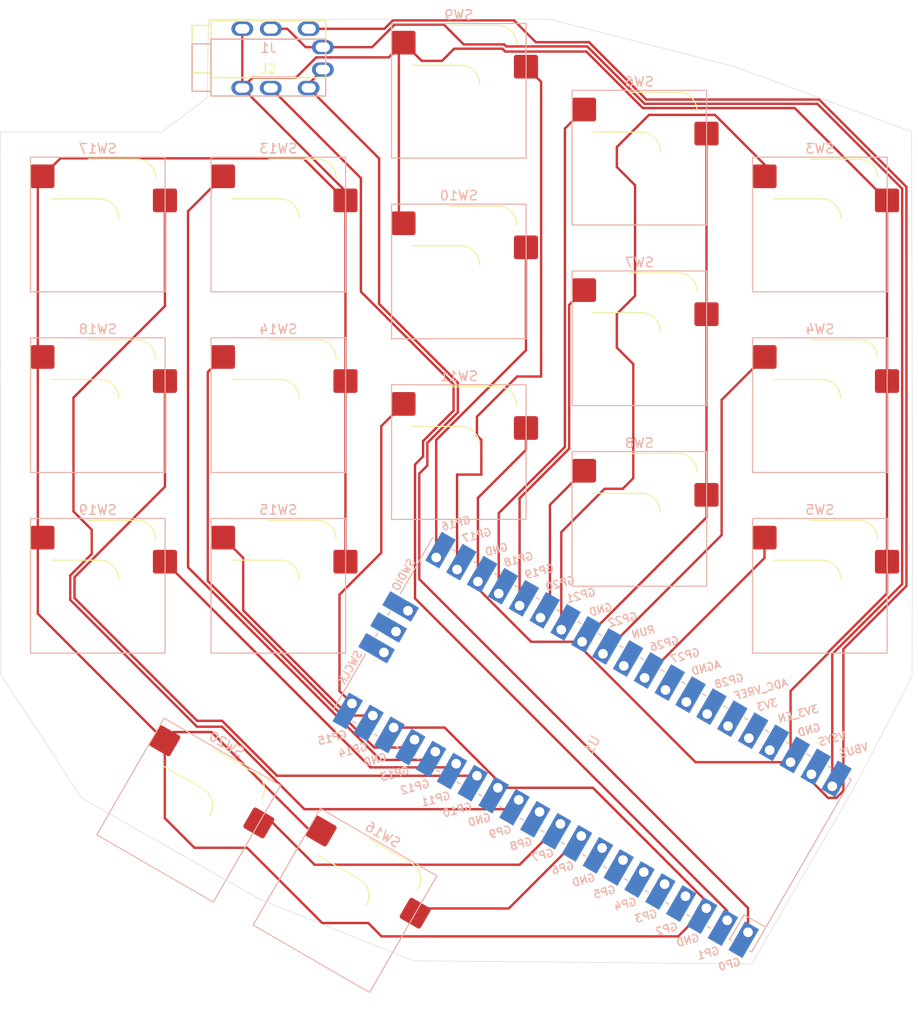
<source format=kicad_pcb>
(kicad_pcb (version 20221018) (generator pcbnew)
  (layers (0 "F.Cu" signal) (31 "B.Cu" signal) (34 "B.Paste" user) (35 "F.Paste" user) (36 "B.SilkS" user "B.Silkscreen") (37 "F.SilkS" user "F.Silkscreen") (38 "B.Mask" user) (39 "F.Mask" user) (44 "Edge.Cuts" user))
  (net 0 "")
  (net 1 "9")
  (net 2 "10")
  (net 3 "11")
  (net 4 "13")
  (net 5 "16")
  (net 6 "17")
  (net 7 "18")
  (net 8 "19")
  (net 9 "20")
  (net 10 "27")
  (net 11 "28")
  (net 12 "21")
  (net 13 "22")
  (net 14 "26")
  (net 15 "GND")
  (net 16 "3v3")
  (net 25 "0")
  (net 26 "1")
  (net 27 "3")
  (net 28 "4")
  (net 29 "6")
  (net 30 "7")
  (net 31 "8")
  (net 32 "5")
  (net 33 "2")
  (net 35 "15")
  (net 36 "14")
  (net 37 "12")
  (net 38 "VSYS")
  (footprint "MJ-4PP-9:MJ-4PP-9" (layer "F.Cu") (at 130.13 37.08)
    (fp_text reference "J2")
    (fp_text value "MJ-4PP-9")
  )
  (footprint "MJ-4PP-9:MJ-4PP-9" (layer "B.Cu") (at 130.125 39.117944)
    (fp_text reference "J1")
    (fp_text value "MJ-4PP-9")
  )
  (footprint "ScottoKeebs_Hotswap:Hotswap_MX_1.00u" (layer "B.Cu") (at 188.325 55.617944 180)
    (fp_text reference "SW3")
    (fp_text value "CherryMX")
  )
  (footprint "ScottoKeebs_Hotswap:Hotswap_MX_1.00u" (layer "B.Cu") (at 188.325 74.667944 180)
    (fp_text reference "SW4")
    (fp_text value "CherryMX")
  )
  (footprint "ScottoKeebs_Hotswap:Hotswap_MX_1.00u" (layer "B.Cu") (at 188.325 93.717944 180)
    (fp_text reference "SW5")
    (fp_text value "CherryMX")
  )
  (footprint "ScottoKeebs_Hotswap:Hotswap_MX_1.00u" (layer "B.Cu") (at 169.275 48.567944 180)
    (fp_text reference "SW6")
    (fp_text value "CherryMX")
  )
  (footprint "ScottoKeebs_Hotswap:Hotswap_MX_1.00u" (layer "B.Cu") (at 169.275 67.617944 180)
    (fp_text reference "SW7")
    (fp_text value "CherryMX")
  )
  (footprint "ScottoKeebs_Hotswap:Hotswap_MX_1.00u" (layer "B.Cu") (at 169.275 86.667944 180)
    (fp_text reference "SW8")
    (fp_text value "CherryMX")
  )
  (footprint "ScottoKeebs_Hotswap:Hotswap_MX_1.00u" (layer "B.Cu") (at 150.225 41.517944 180)
    (fp_text reference "SW9")
    (fp_text value "CherryMX")
  )
  (footprint "ScottoKeebs_Hotswap:Hotswap_MX_1.00u" (layer "B.Cu") (at 150.225 60.567944 180)
    (fp_text reference "SW10")
    (fp_text value "CherryMX")
  )
  (footprint "ScottoKeebs_Hotswap:Hotswap_MX_1.00u" (layer "B.Cu") (at 150.225 79.617944 180)
    (fp_text reference "SW11")
    (fp_text value "CherryMX")
  )
  (footprint "ScottoKeebs_Hotswap:Hotswap_MX_1.00u" (layer "B.Cu") (at 131.175 55.617944 180)
    (fp_text reference "SW13")
    (fp_text value "CherryMX")
  )
  (footprint "ScottoKeebs_Hotswap:Hotswap_MX_1.00u" (layer "B.Cu") (at 131.175 74.667944 180)
    (fp_text reference "SW14")
    (fp_text value "CherryMX")
  )
  (footprint "ScottoKeebs_Hotswap:Hotswap_MX_1.00u" (layer "B.Cu") (at 131.175 93.717944 180)
    (fp_text reference "SW15")
    (fp_text value "CherryMX")
  )
  (footprint "ScottoKeebs_Hotswap:Hotswap_MX_1.00u" (layer "B.Cu") (at 138.212357 126.907511 150)
    (fp_text reference "SW16")
    (fp_text value "CherryMX")
  )
  (footprint "ScottoKeebs_Hotswap:Hotswap_MX_1.00u" (layer "B.Cu") (at 112.125 55.617944 180)
    (fp_text reference "SW17")
    (fp_text value "CherryMX")
  )
  (footprint "ScottoKeebs_Hotswap:Hotswap_MX_1.00u" (layer "B.Cu") (at 112.125 74.667944 180)
    (fp_text reference "SW18")
    (fp_text value "CherryMX")
  )
  (footprint "ScottoKeebs_Hotswap:Hotswap_MX_1.00u" (layer "B.Cu") (at 112.125 93.717944 180)
    (fp_text reference "SW19")
    (fp_text value "CherryMX")
  )
  (footprint "ScottoKeebs_Hotswap:Hotswap_MX_1.00u" (layer "B.Cu") (at 121.714573 117.382511 150)
    (fp_text reference "SW20")
    (fp_text value "CherryMX")
  )
  (footprint "MCU_RaspberryPi_and_Boards:RPi_Pico_SMD_TH" (layer "B.Cu") (at 164.29 110.5 60)
    (fp_text reference "U1")
    (fp_text value "Pico")
  )
  (gr_poly (pts (xy 198 45.82) (xy 179 38.86) (xy 178.93 38.86) (xy 159.76 33.962944) (xy 140.76 33.962944) (xy 123.81 33.98) (xy 123.65 42.292944) (xy 118.83 45.872944) (xy 101.83 45.872944) (xy 101.9 103.092944) (xy 110.43 116.12) (xy 129.22 126.78) (xy 145.44 133.27) (xy 181.13 133.6) (xy 191.9 115.092944) (xy 198.05 103.28) (xy 198.1 84.36)) (stroke (width 0.05)) (fill none) (layer "Edge.Cuts"))
  (segment (start 109.56 85.88) (end 111.485 87.805) (width 0.25) (layer "F.Cu") (net 1))
  (segment (start 155.559409 117.28) (end 156.545443 116.293966) (width 0.25) (layer "F.Cu") (net 1))
  (segment (start 119.21 64.224187) (end 109.56 73.874187) (width 0.25) (layer "F.Cu") (net 1))
  (segment (start 111.485 90.362791) (end 109.22 92.627791) (width 0.25) (layer "F.Cu") (net 1))
  (segment (start 119.21 53.077944) (end 119.21 64.224187) (width 0.25) (layer "F.Cu") (net 1))
  (segment (start 109.22 92.627791) (end 109.22 95.206396) (width 0.25) (layer "F.Cu") (net 1))
  (segment (start 125.227208 108.58) (end 133.927208 117.28) (width 0.25) (layer "F.Cu") (net 1))
  (segment (start 122.593604 108.58) (end 125.227208 108.58) (width 0.25) (layer "F.Cu") (net 1))
  (segment (start 111.485 87.805) (end 111.485 90.362791) (width 0.25) (layer "F.Cu") (net 1))
  (segment (start 109.56 73.874187) (end 109.56 85.88) (width 0.25) (layer "F.Cu") (net 1))
  (segment (start 133.927208 117.28) (end 155.559409 117.28) (width 0.25) (layer "F.Cu") (net 1))
  (segment (start 109.22 95.206396) (end 122.593604 108.58) (width 0.25) (layer "F.Cu") (net 1))
  (segment (start 119.21 72.127944) (end 119.21 83.274187) (width 0.25) (layer "F.Cu") (net 2))
  (segment (start 125.243604 107.96) (end 131.03757 113.753966) (width 0.25) (layer "F.Cu") (net 2))
  (segment (start 109.67 92.814187) (end 109.67 95.02) (width 0.25) (layer "F.Cu") (net 2))
  (segment (start 119.21 83.274187) (end 109.67 92.814187) (width 0.25) (layer "F.Cu") (net 2))
  (segment (start 109.67 95.02) (end 122.61 107.96) (width 0.25) (layer "F.Cu") (net 2))
  (segment (start 131.03757 113.753966) (end 152.146034 113.753966) (width 0.25) (layer "F.Cu") (net 2))
  (segment (start 122.61 107.96) (end 125.243604 107.96) (width 0.25) (layer "F.Cu") (net 2))
  (segment (start 140.902056 112.87) (end 149.560296 112.87) (width 0.25) (layer "F.Cu") (net 3))
  (segment (start 119.21 91.177944) (end 140.902056 112.87) (width 0.25) (layer "F.Cu") (net 3))
  (segment (start 149.560296 112.87) (end 149.94633 112.483966) (width 0.25) (layer "F.Cu") (net 3))
  (segment (start 125.333 69.587944) (end 123.733 71.187944) (width 0.25) (layer "F.Cu") (net 4))
  (segment (start 123.733 93.215609) (end 141.297391 110.78) (width 0.25) (layer "F.Cu") (net 4))
  (segment (start 141.297391 110.78) (end 144.710887 110.78) (width 0.25) (layer "F.Cu") (net 4))
  (segment (start 144.710887 110.78) (end 145.546921 109.943966) (width 0.25) (layer "F.Cu") (net 4))
  (segment (start 123.733 71.187944) (end 123.733 93.215609) (width 0.25) (layer "F.Cu") (net 4))
  (segment (start 157.31 68.872742) (end 157.31 58.027944) (width 0.25) (layer "F.Cu") (net 5))
  (segment (start 147.837807 90.736034) (end 147.837807 78.344935) (width 0.25) (layer "F.Cu") (net 5))
  (segment (start 147.837807 78.344935) (end 157.31 68.872742) (width 0.25) (layer "F.Cu") (net 5))
  (segment (start 152.6 81.992944) (end 152.6 78.32995) (width 0.25) (layer "F.Cu") (net 6))
  (segment (start 150.037512 92.006034) (end 150.037512 81.992944) (width 0.25) (layer "F.Cu") (net 6))
  (segment (start 152.6 78.32995) (end 152.135 77.86495) (width 0.25) (layer "F.Cu") (net 6))
  (segment (start 158.91 71.65) (end 158.91 40.577944) (width 0.25) (layer "F.Cu") (net 6))
  (segment (start 152.135 77.86495) (end 152.135 75.885) (width 0.25) (layer "F.Cu") (net 6))
  (segment (start 158.91 40.577944) (end 157.31 38.977944) (width 0.25) (layer "F.Cu") (net 6))
  (segment (start 150.037512 81.992944) (end 152.6 81.992944) (width 0.25) (layer "F.Cu") (net 6))
  (segment (start 152.135 75.885) (end 156.37 71.65) (width 0.25) (layer "F.Cu") (net 6))
  (segment (start 156.37 71.65) (end 158.91 71.65) (width 0.25) (layer "F.Cu") (net 6))
  (segment (start 161.42 79.073604) (end 161.42 45.500944) (width 0.25) (layer "F.Cu") (net 7))
  (segment (start 154.436921 86.056683) (end 161.42 79.073604) (width 0.25) (layer "F.Cu") (net 7))
  (segment (start 154.436921 94.546034) (end 154.436921 86.056683) (width 0.25) (layer "F.Cu") (net 7))
  (segment (start 161.42 45.500944) (end 163.433 43.487944) (width 0.25) (layer "F.Cu") (net 7))
  (segment (start 156.636625 95.816034) (end 156.636625 84.493375) (width 0.25) (layer "F.Cu") (net 8))
  (segment (start 161.87 64.100944) (end 163.433 62.537944) (width 0.25) (layer "F.Cu") (net 8))
  (segment (start 156.636625 84.493375) (end 161.87 79.26) (width 0.25) (layer "F.Cu") (net 8))
  (segment (start 161.87 79.26) (end 161.87 64.100944) (width 0.25) (layer "F.Cu") (net 8))
  (segment (start 159.84 85.180944) (end 163.433 81.587944) (width 0.25) (layer "F.Cu") (net 9))
  (segment (start 158.83633 97.086034) (end 159.84 96.082364) (width 0.25) (layer "F.Cu") (net 9))
  (segment (start 159.84 96.082364) (end 159.84 85.180944) (width 0.25) (layer "F.Cu") (net 9))
  (segment (start 166.9 47.45) (end 170.29 44.06) (width 0.25) (layer "F.Cu") (net 12))
  (segment (start 168.635 70.336701) (end 166.9 68.601701) (width 0.25) (layer "F.Cu") (net 12))
  (segment (start 166.9 49.551701) (end 166.9 47.45) (width 0.25) (layer "F.Cu") (net 12))
  (segment (start 170.29 44.06) (end 177.255056 44.06) (width 0.25) (layer "F.Cu") (net 12))
  (segment (start 166.9 65.05995) (end 168.82 63.13995) (width 0.25) (layer "F.Cu") (net 12))
  (segment (start 161.036034 98.356034) (end 161.036034 88.059143) (width 0.25) (layer "F.Cu") (net 12))
  (segment (start 177.255056 44.06) (end 182.483 49.287944) (width 0.25) (layer "F.Cu") (net 12))
  (segment (start 167.522006 83.487944) (end 168.635 82.37495) (width 0.25) (layer "F.Cu") (net 12))
  (segment (start 182.483 49.287944) (end 182.483 50.537944) (width 0.25) (layer "F.Cu") (net 12))
  (segment (start 168.82 51.471701) (end 166.9 49.551701) (width 0.25) (layer "F.Cu") (net 12))
  (segment (start 168.635 82.37495) (end 168.635 70.336701) (width 0.25) (layer "F.Cu") (net 12))
  (segment (start 161.036034 88.059143) (end 165.607233 83.487944) (width 0.25) (layer "F.Cu") (net 12))
  (segment (start 165.607233 83.487944) (end 167.522006 83.487944) (width 0.25) (layer "F.Cu") (net 12))
  (segment (start 166.9 68.601701) (end 166.9 65.05995) (width 0.25) (layer "F.Cu") (net 12))
  (segment (start 168.82 63.13995) (end 168.82 51.471701) (width 0.25) (layer "F.Cu") (net 12))
  (segment (start 177.96 88.371477) (end 177.96 74.110944) (width 0.25) (layer "F.Cu") (net 13))
  (segment (start 177.96 74.110944) (end 182.483 69.587944) (width 0.25) (layer "F.Cu") (net 13))
  (segment (start 165.435443 100.896034) (end 177.96 88.371477) (width 0.25) (layer "F.Cu") (net 13))
  (segment (start 182.483 90.787886) (end 169.834852 103.436034) (width 0.25) (layer "F.Cu") (net 14))
  (segment (start 182.483 88.637944) (end 182.483 90.787886) (width 0.25) (layer "F.Cu") (net 14))
  (segment (start 164.373133 115.023966) (end 154.345739 115.023966) (width 0.25) (layer "F.Cu") (net 15))
  (segment (start 189.182193 100.861411) (end 185.232784 104.81082) (width 0.25) (layer "F.Cu") (net 15))
  (segment (start 135.810834 129.282511) (end 127.878323 121.35) (width 0.25) (layer "F.Cu") (net 15))
  (segment (start 127.878323 121.35) (end 122.323305 121.35) (width 0.25) (layer "F.Cu") (net 15))
  (segment (start 195.41 91.177944) (end 195.41 94.513604) (width 0.25) (layer "F.Cu") (net 15))
  (segment (start 152.237216 94.006383) (end 157.856867 99.626034) (width 0.25) (layer "F.Cu") (net 15))
  (segment (start 185.232784 104.81082) (end 185.232784 112.326034) (width 0.25) (layer "F.Cu") (net 15))
  (segment (start 143.895 36.925944) (end 143.895 54.999944) (width 0.25) (layer "F.Cu") (net 15))
  (segment (start 152.237216 93.276034) (end 152.237216 84.453495) (width 0.25) (layer "F.Cu") (net 15))
  (segment (start 157.856867 99.626034) (end 163.235739 99.626034) (width 0.25) (layer "F.Cu") (net 15))
  (segment (start 144.383 36.437944) (end 143.895 36.925944) (width 0.25) (layer "F.Cu") (net 15))
  (segment (start 176.36 86.501773) (end 176.36 84.127944) (width 0.25) (layer "F.Cu") (net 15))
  (segment (start 128.45 40.142944) (end 133.027056 40.142944) (width 0.25) (layer "F.Cu") (net 15))
  (segment (start 163.235739 99.626034) (end 163.235739 100.356384) (width 0.25) (layer "F.Cu") (net 15))
  (segment (start 154.345739 114.293617) (end 148.726088 108.673966) (width 0.25) (layer "F.Cu") (net 15))
  (segment (start 119.195253 110.062102) (end 105.795 96.661849) (width 0.25) (layer "F.Cu") (net 15))
  (segment (start 138.26 53.077944) (end 138.26 52.102944) (width 0.25) (layer "F.Cu") (net 15))
  (segment (start 189.182193 100.741411) (end 189.182193 100.861411) (width 0.25) (layer "F.Cu") (net 15))
  (segment (start 163.68 37.38) (end 155.124062 37.38) (width 0.25) (layer "F.Cu") (net 15))
  (segment (start 140.662511 129.282511) (end 135.810834 129.282511) (width 0.25) (layer "F.Cu") (net 15))
  (segment (start 176.342784 127.723966) (end 176.342784 126.993617) (width 0.25) (layer "F.Cu") (net 15))
  (segment (start 133.027056 40.142944) (end 135.177056 37.992944) (width 0.25) (layer "F.Cu") (net 15))
  (segment (start 122.323305 121.35) (end 119.195253 118.221948) (width 0.25) (layer "F.Cu") (net 15))
  (segment (start 176.342784 126.993617) (end 164.373133 115.023966) (width 0.25) (layer "F.Cu") (net 15))
  (segment (start 135.177056 37.992944) (end 142.828 37.992944) (width 0.25) (layer "F.Cu") (net 15))
  (segment (start 152.237216 93.276034) (end 152.237216 94.006383) (width 0.25) (layer "F.Cu") (net 15))
  (segment (start 105.795 88.149944) (end 105.795 70.075944) (width 0.25) (layer "F.Cu") (net 15))
  (segment (start 195.41 53.077944) (end 195.41 72.127944) (width 0.25) (layer "F.Cu") (net 15))
  (segment (start 163.235739 99.626034) (end 176.36 86.501773) (width 0.25) (layer "F.Cu") (net 15))
  (segment (start 108.183 48.637944) (end 133.82 48.637944) (width 0.25) (layer "F.Cu") (net 15))
  (segment (start 176.36 65.077944) (end 176.36 84.127944) (width 0.25) (layer "F.Cu") (net 15))
  (segment (start 157.31 79.380711) (end 157.31 77.077944) (width 0.25) (layer "F.Cu") (net 15))
  (segment (start 138.26 53.077944) (end 138.26 72.127944) (width 0.25) (layer "F.Cu") (net 15))
  (segment (start 163.235739 100.356384) (end 175.205389 112.326034) (width 0.25) (layer "F.Cu") (net 15))
  (segment (start 105.795 69.099944) (end 105.795 51.025944) (width 0.25) (layer "F.Cu") (net 15))
  (segment (start 155.124062 37.38) (end 154.822006 37.077944) (width 0.25) (layer "F.Cu") (net 15))
  (segment (start 138.26 72.127944) (end 138.26 91.177944) (width 0.25) (layer "F.Cu") (net 15))
  (segment (start 127.375 41.217944) (end 127.375 34.985) (width 0.25) (layer "F.Cu") (net 15))
  (segment (start 154.345739 115.023966) (end 154.345739 114.293617) (width 0.25) (layer "F.Cu") (net 15))
  (segment (start 148.44995 38.36) (end 146.305056 38.36) (width 0.25) (layer "F.Cu") (net 15))
  (segment (start 142.828 37.992944) (end 144.383 36.437944) (width 0.25) (layer "F.Cu") (net 15))
  (segment (start 105.795 70.075944) (end 106.283 69.587944) (width 0.25) (layer "F.Cu") (net 15))
  (segment (start 120.110317 109.147038) (end 124.120642 109.147038) (width 0.25) (layer "F.Cu") (net 15))
  (segment (start 148.726088 108.673966) (end 143.347216 108.673966) (width 0.25) (layer "F.Cu") (net 15))
  (segment (start 119.195253 118.221948) (end 119.195253 110.062102) (width 0.25) (layer "F.Cu") (net 15))
  (segment (start 105.795 96.661849) (end 105.795 89.125944) (width 0.25) (layer "F.Cu") (net 15))
  (segment (start 152.237216 84.453495) (end 157.31 79.380711) (width 0.25) (layer "F.Cu") (net 15))
  (segment (start 195.41 91.177944) (end 195.41 72.127944) (width 0.25) (layer "F.Cu") (net 15))
  (segment (start 185.672056 43.34) (end 169.64 43.34) (width 0.25) (layer "F.Cu") (net 15))
  (segment (start 175.205389 112.326034) (end 185.232784 112.326034) (width 0.25) (layer "F.Cu") (net 15))
  (segment (start 106.283 69.587944) (end 105.795 69.099944) (width 0.25) (layer "F.Cu") (net 15))
  (segment (start 133.82 48.637944) (end 138.26 53.077944) (width 0.25) (layer "F.Cu") (net 15))
  (segment (start 176.342784 127.723966) (end 173.369239 130.697511) (width 0.25) (layer "F.Cu") (net 15))
  (segment (start 127.375 34.985) (end 127.38 34.98) (width 0.25) (layer "F.Cu") (net 15))
  (segment (start 176.36 46.027944) (end 176.36 65.077944) (width 0.25) (layer "F.Cu") (net 15))
  (segment (start 142.077511 130.697511) (end 140.662511 129.282511) (width 0.25) (layer "F.Cu") (net 15))
  (segment (start 119.195253 110.062102) (end 120.110317 109.147038) (width 0.25) (layer "F.Cu") (net 15))
  (segment (start 195.41 53.077944) (end 185.672056 43.34) (width 0.25) (layer "F.Cu") (net 15))
  (segment (start 154.822006 37.077944) (end 149.732006 37.077944) (width 0.25) (layer "F.Cu") (net 15))
  (segment (start 169.64 43.34) (end 163.68 37.38) (width 0.25) (layer "F.Cu") (net 15))
  (segment (start 105.795 51.025944) (end 106.283 50.537944) (width 0.25) (layer "F.Cu") (net 15))
  (segment (start 105.795 89.125944) (end 106.283 88.637944) (width 0.25) (layer "F.Cu") (net 15))
  (segment (start 134.560706 119.587102) (end 135.693037 119.587102) (width 0.25) (layer "F.Cu") (net 15))
  (segment (start 146.305056 38.36) (end 144.383 36.437944) (width 0.25) (layer "F.Cu") (net 15))
  (segment (start 127.375 41.217944) (end 128.45 40.142944) (width 0.25) (layer "F.Cu") (net 15))
  (segment (start 106.283 50.537944) (end 108.183 48.637944) (width 0.25) (layer "F.Cu") (net 15))
  (segment (start 143.895 54.999944) (end 144.383 55.487944) (width 0.25) (layer "F.Cu") (net 15))
  (segment (start 138.26 52.102944) (end 127.375 41.217944) (width 0.25) (layer "F.Cu") (net 15))
  (segment (start 106.283 88.637944) (end 105.795 88.149944) (width 0.25) (layer "F.Cu") (net 15))
  (segment (start 124.120642 109.147038) (end 134.560706 119.587102) (width 0.25) (layer "F.Cu") (net 15))
  (segment (start 173.369239 130.697511) (end 142.077511 130.697511) (width 0.25) (layer "F.Cu") (net 15))
  (segment (start 149.732006 37.077944) (end 148.44995 38.36) (width 0.25) (layer "F.Cu") (net 15))
  (segment (start 195.41 94.513604) (end 189.182193 100.741411) (width 0.25) (layer "F.Cu") (net 15))
  (segment (start 197.01 51.83977) (end 188.06023 42.89) (width 0.25) (layer "F.Cu") (net 16))
  (segment (start 163.776396 36.84) (end 155.220458 36.84) (width 0.25) (layer "F.Cu") (net 16))
  (segment (start 141.064826 36.917944) (end 135.875 36.917944) (width 0.25) (layer "F.Cu") (net 16))
  (segment (start 169.826396 42.89) (end 163.776396 36.84) (width 0.25) (layer "F.Cu") (net 16))
  (segment (start 155.008402 36.627944) (end 150.74 36.627944) (width 0.25) (layer "F.Cu") (net 16))
  (segment (start 130.38 34.98) (end 132.12 34.98) (width 0.25) (layer "F.Cu") (net 16))
  (segment (start 155.220458 36.84) (end 155.008402 36.627944) (width 0.25) (layer "F.Cu") (net 16))
  (segment (start 148.65 34.537944) (end 143.444826 34.537944) (width 0.25) (layer "F.Cu") (net 16))
  (segment (start 189.632193 114.866034) (end 189.632193 100.927807) (width 0.25) (layer "F.Cu") (net 16))
  (segment (start 189.632193 100.927807) (end 197.01 93.55) (width 0.25) (layer "F.Cu") (net 16))
  (segment (start 188.06023 42.89) (end 169.826396 42.89) (width 0.25) (layer "F.Cu") (net 16))
  (segment (start 150.74 36.627944) (end 148.65 34.537944) (width 0.25) (layer "F.Cu") (net 16))
  (segment (start 143.444826 34.537944) (end 141.064826 36.917944) (width 0.25) (layer "F.Cu") (net 16))
  (segment (start 197.01 93.55) (end 197.01 51.83977) (width 0.25) (layer "F.Cu") (net 16))
  (segment (start 134.057944 36.917944) (end 135.875 36.917944) (width 0.25) (layer "F.Cu") (net 16))
  (segment (start 132.12 34.98) (end 134.057944 36.917944) (width 0.25) (layer "F.Cu") (net 16))
  (segment (start 146.05 81.893604) (end 146.05 93.01) (width 0.25) (layer "F.Cu") (net 25))
  (segment (start 141.81 63.983604) (end 150.12 72.293604) (width 0.25) (layer "F.Cu") (net 25))
  (segment (start 180.742193 127.702193) (end 180.742193 130.263966) (width 0.25) (layer "F.Cu") (net 25))
  (segment (start 146.9 78.646346) (end 146.9 81.043604) (width 0.25) (layer "F.Cu") (net 25))
  (segment (start 141.81 48.652944) (end 141.81 63.983604) (width 0.25) (layer "F.Cu") (net 25))
  (segment (start 134.375 40.785) (end 134.375 41.217944) (width 0.25) (layer "F.Cu") (net 25))
  (segment (start 135.88 39.28) (end 134.375 40.785) (width 0.25) (layer "F.Cu") (net 25))
  (segment (start 150.12 75.426346) (end 146.9 78.646346) (width 0.25) (layer "F.Cu") (net 25))
  (segment (start 146.05 93.01) (end 180.742193 127.702193) (width 0.25) (layer "F.Cu") (net 25))
  (segment (start 150.12 72.293604) (end 150.12 75.426346) (width 0.25) (layer "F.Cu") (net 25))
  (segment (start 146.9 81.043604) (end 146.05 81.893604) (width 0.25) (layer "F.Cu") (net 25))
  (segment (start 134.375 41.217944) (end 141.81 48.652944) (width 0.25) (layer "F.Cu") (net 25))
  (segment (start 139.89 50.732944) (end 130.375 41.217944) (width 0.25) (layer "F.Cu") (net 26))
  (segment (start 145.6 80.930711) (end 146.45 80.080711) (width 0.25) (layer "F.Cu") (net 26))
  (segment (start 178.542488 127.991806) (end 145.6 95.049318) (width 0.25) (layer "F.Cu") (net 26))
  (segment (start 178.542488 128.993966) (end 178.542488 127.991806) (width 0.25) (layer "F.Cu") (net 26))
  (segment (start 146.45 78.45995) (end 149.67 75.23995) (width 0.25) (layer "F.Cu") (net 26))
  (segment (start 145.6 95.049318) (end 145.6 80.930711) (width 0.25) (layer "F.Cu") (net 26))
  (segment (start 146.45 80.080711) (end 146.45 78.45995) (width 0.25) (layer "F.Cu") (net 26))
  (segment (start 149.67 72.48) (end 139.89 62.7) (width 0.25) (layer "F.Cu") (net 26))
  (segment (start 139.89 62.7) (end 139.89 50.732944) (width 0.25) (layer "F.Cu") (net 26))
  (segment (start 149.67 75.23995) (end 149.67 72.48) (width 0.25) (layer "F.Cu") (net 26))
  (segment (start 163.144557 120.103966) (end 155.501012 127.747511) (width 0.25) (layer "F.Cu") (net 29))
  (segment (start 155.501012 127.747511) (end 146.120942 127.747511) (width 0.25) (layer "F.Cu") (net 29))
  (segment (start 130.592606 118.725306) (end 135.005402 123.138102) (width 0.25) (layer "F.Cu") (net 30))
  (segment (start 129.120363 118.725306) (end 130.592606 118.725306) (width 0.25) (layer "F.Cu") (net 30))
  (segment (start 156.640716 123.138102) (end 160.944852 118.833966) (width 0.25) (layer "F.Cu") (net 30))
  (segment (start 135.005402 123.138102) (end 156.640716 123.138102) (width 0.25) (layer "F.Cu") (net 30))
  (segment (start 142.04 76.880944) (end 142.04 90.236118) (width 0.25) (layer "F.Cu") (net 35))
  (segment (start 144.383 74.537944) (end 142.04 76.880944) (width 0.25) (layer "F.Cu") (net 35))
  (segment (start 137.63 104.816159) (end 138.947807 106.133966) (width 0.25) (layer "F.Cu") (net 35))
  (segment (start 142.04 90.236118) (end 137.63 94.646118) (width 0.25) (layer "F.Cu") (net 35))
  (segment (start 137.63 94.646118) (end 137.63 104.816159) (width 0.25) (layer "F.Cu") (net 35))
  (segment (start 127.47 96.316213) (end 138.557753 107.403966) (width 0.25) (layer "F.Cu") (net 36))
  (segment (start 138.557753 107.403966) (end 141.147512 107.403966) (width 0.25) (layer "F.Cu") (net 36))
  (segment (start 125.333 88.637944) (end 127.47 90.774944) (width 0.25) (layer "F.Cu") (net 36))
  (segment (start 127.47 90.774944) (end 127.47 96.316213) (width 0.25) (layer "F.Cu") (net 36))
  (segment (start 141.960995 112.08) (end 146.880591 112.08) (width 0.25) (layer "F.Cu") (net 37))
  (segment (start 146.880591 112.08) (end 147.746625 111.213966) (width 0.25) (layer "F.Cu") (net 37))
  (segment (start 125.333 50.537944) (end 121.65 54.220944) (width 0.25) (layer "F.Cu") (net 37))
  (segment (start 121.65 91.769005) (end 141.960995 112.08) (width 0.25) (layer "F.Cu") (net 37))
  (segment (start 121.65 54.220944) (end 121.65 91.769005) (width 0.25) (layer "F.Cu") (net 37))
  (segment (start 134.38 34.98) (end 142.366374 34.98) (width 0.25) (layer "F.Cu") (net 38))
  (segment (start 190.807193 115.351088) (end 190.068281 116.09) (width 0.25) (layer "F.Cu") (net 38))
  (segment (start 189.196105 116.09) (end 187.432488 114.326383) (width 0.25) (layer "F.Cu") (net 38))
  (segment (start 158.347208 36.39) (end 163.962792 36.39) (width 0.25) (layer "F.Cu") (net 38))
  (segment (start 197.46 93.736396) (end 190.807193 100.389203) (width 0.25) (layer "F.Cu") (net 38))
  (segment (start 170.012792 42.44) (end 188.246626 42.44) (width 0.25) (layer "F.Cu") (net 38))
  (segment (start 142.366374 34.98) (end 143.25843 34.087944) (width 0.25) (layer "F.Cu") (net 38))
  (segment (start 163.962792 36.39) (end 170.012792 42.44) (width 0.25) (layer "F.Cu") (net 38))
  (segment (start 190.807193 100.389203) (end 190.807193 115.351088) (width 0.25) (layer "F.Cu") (net 38))
  (segment (start 190.068281 116.09) (end 189.196105 116.09) (width 0.25) (layer "F.Cu") (net 38))
  (segment (start 143.25843 34.087944) (end 156.045152 34.087944) (width 0.25) (layer "F.Cu") (net 38))
  (segment (start 187.432488 114.326383) (end 187.432488 113.596034) (width 0.25) (layer "F.Cu") (net 38))
  (segment (start 188.246626 42.44) (end 197.46 51.653374) (width 0.25) (layer "F.Cu") (net 38))
  (segment (start 156.045152 34.087944) (end 158.347208 36.39) (width 0.25) (layer "F.Cu") (net 38))
  (segment (start 197.46 51.653374) (end 197.46 93.736396) (width 0.25) (layer "F.Cu") (net 38))
)
</source>
